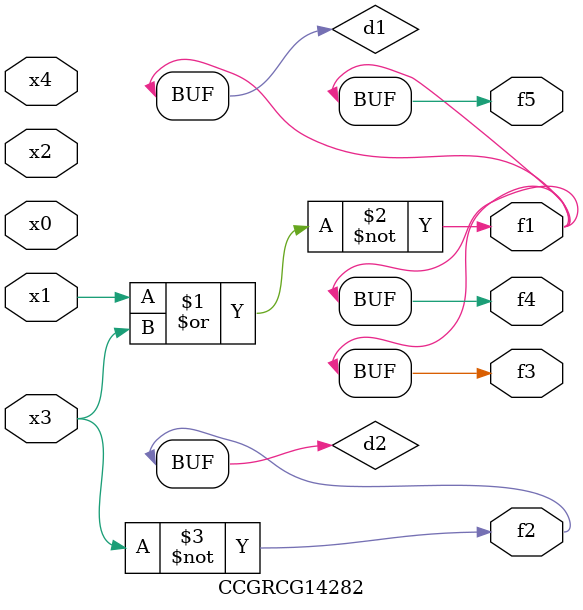
<source format=v>
module CCGRCG14282(
	input x0, x1, x2, x3, x4,
	output f1, f2, f3, f4, f5
);

	wire d1, d2;

	nor (d1, x1, x3);
	not (d2, x3);
	assign f1 = d1;
	assign f2 = d2;
	assign f3 = d1;
	assign f4 = d1;
	assign f5 = d1;
endmodule

</source>
